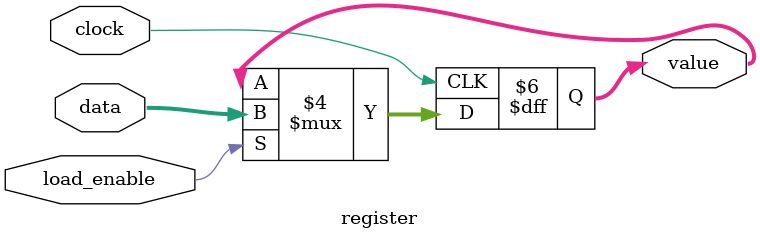
<source format=v>
module register
  // Register size
  #(parameter N = 9)(
  input [N-1:0] data,
  input load_enable, clock,
  output reg [N-1:0] value);

  initial value = {N{1'b0}};
  always @ (posedge clock)
    if (load_enable) value <= data;
    else value <= value;

endmodule

</source>
